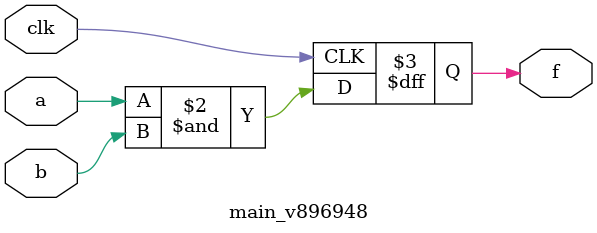
<source format=v>

`default_nettype none

module main (
 input vclk,
 output v67a08b,
 output [0:6] vinit
);
 wire w0;
 wire w1;
 wire w2;
 wire w3;
 wire w4;
 wire w5;
 wire w6;
 wire w7;
 assign v67a08b = w2;
 assign w6 = vclk;
 assign w7 = vclk;
 assign w7 = w6;
 v7c0ae7 vbbcc5c (
  .v2efea4(w0),
  .v0daa9e(w6)
 );
 main_v896948 v896948 (
  .clk(w0),
  .a(w1),
  .f(w2),
  .b(w5)
 );
 vb734f6 v02991b (
  .v9fb85f(w1)
 );
 v7c0ae7 v682b05 (
  .v2efea4(w3),
  .v0daa9e(w7)
 );
 v100245 v2d0e5a (
  .vf45266(w3),
  .v6cebb8(w4)
 );
 v100245 v51eefa (
  .vf45266(w4),
  .v6cebb8(w5)
 );
 assign vinit = 7'b0000000;
endmodule

/*-------------------------------------------------*/
/*--   */
/*-- - - - - - - - - - - - - - - - - - - - - - - --*/
/*-- 
/*-------------------------------------------------*/
//---- Top entity
module v7c0ae7 (
 input v0daa9e,
 output v2efea4
);
 wire w0;
 wire w1;
 assign v2efea4 = w0;
 assign w1 = v0daa9e;
 v7c0ae7_v0bf905 v0bf905 (
  .clk_1hz(w0),
  .clk(w1)
 );
endmodule

/*-------------------------------------------------*/
/*-- Bomba_x1  */
/*-- - - - - - - - - - - - - - - - - - - - - - - --*/
/*-- Bombeo de bits. Una pulsación por segundo
/*-------------------------------------------------*/

module v7c0ae7_v0bf905 (
 input clk,
 output clk_1hz
);
 //-- module bomba_x1(input wire clk, output wire clk_1hz)
 
 //-- Bombeo de bits a 1Hz (1 pulsacion por segundo)
 
 //-- Constante para dividir y obtener una frecuencia de 2Hz
 localparam M = 6000000;
 
 //-- Calcular el numero de bits para almacenar M
 localparam N = $clog2(M);
 
 //-- Registro del divisor
 reg [N-1:0] divcounter;
 
 //-- Contador modulo M. tras M pulsos de relog vuelve a 0
 always @(posedge clk)
   divcounter <= (divcounter == M - 1) ? 0 : divcounter + 1;
 
 //-- Obtener la señal de 2Hz. La señal no tiene ciclo del 50%
 wire clk_2hz;
 assign clk_2hz = divcounter[N-1]; 
 
 //-- Usamos un biestable T para dividir entre 2 y obtener una señal
 //-- de 1Hz y ciclo del 50%
 reg T = 0;
 always @(posedge clk_2hz)
   T <= ~T;
   
 //-- Señal de salida de 1Hz y ciclo del 50%
 assign clk_1hz = T;
   
 //endmodule
  
 
 
endmodule
//---- Top entity
module vb734f6 (
 output v9fb85f
);
 wire w0;
 assign v9fb85f = w0;
 vb734f6_vb2eccd vb2eccd (
  .q(w0)
 );
endmodule

/*-------------------------------------------------*/
/*-- 1  */
/*-- - - - - - - - - - - - - - - - - - - - - - - --*/
/*-- Un bit constante a 1
/*-------------------------------------------------*/

module vb734f6_vb2eccd (
 output q
);
 //-- Bit constante a 1
 assign q = 1'b1;
 
 
endmodule
//---- Top entity
module v100245 (
 input vf45266,
 output v6cebb8
);
 wire w0;
 wire w1;
 assign w0 = vf45266;
 assign v6cebb8 = w1;
 v100245_v83141e v83141e (
  .T(w0),
  .q(w1)
 );
endmodule

/*-------------------------------------------------*/
/*-- Divisor2  */
/*-- - - - - - - - - - - - - - - - - - - - - - - --*/
/*-- Divisor de frecuencia entre 2
/*-------------------------------------------------*/

module v100245_v83141e (
 input T,
 output q
);
 reg _q = 0;
 
 always @(posedge T)
   _q <= ~_q;
   
 assign q = _q;
 
endmodule

module main_v896948 (
 input clk,
 input a,
 input b,
 output f
);
 
 reg f;
 
 always @ (posedge clk)
   begin
     f <= a & b;
   end
endmodule

</source>
